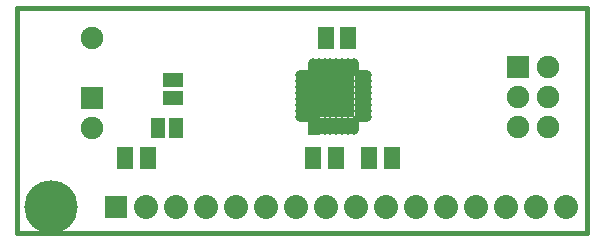
<source format=gts>
G04 (created by PCBNEW-RS274X (2010-02-09)-RC2) date 22/07/2010 15:29:41*
G01*
G70*
G90*
%MOIN*%
G04 Gerber Fmt 3.4, Leading zero omitted, Abs format*
%FSLAX34Y34*%
G04 APERTURE LIST*
%ADD10C,0.001000*%
%ADD11C,0.015000*%
%ADD12R,0.075000X0.075000*%
%ADD13C,0.075000*%
%ADD14R,0.031800X0.059400*%
%ADD15O,0.031800X0.059400*%
%ADD16O,0.059400X0.031800*%
%ADD17R,0.142000X0.142000*%
%ADD18O,0.075000X0.075000*%
%ADD19R,0.045000X0.065000*%
%ADD20R,0.065000X0.045000*%
%ADD21R,0.055000X0.075000*%
%ADD22C,0.080000*%
%ADD23C,0.177500*%
G04 APERTURE END LIST*
G54D10*
G54D11*
X67000Y-26000D02*
X67000Y-33500D01*
X86000Y-26000D02*
X67000Y-26000D01*
X86000Y-33500D02*
X86000Y-26000D01*
X67000Y-33500D02*
X86000Y-33500D01*
G54D12*
X83728Y-27955D03*
G54D13*
X84728Y-27955D03*
X83728Y-28955D03*
X84728Y-28955D03*
X83728Y-29955D03*
X84728Y-29955D03*
G54D12*
X69500Y-29000D03*
G54D13*
X69500Y-30000D03*
G54D14*
X76870Y-29921D03*
G54D15*
X77067Y-29921D03*
X77264Y-29921D03*
X77461Y-29921D03*
X77658Y-29921D03*
X77854Y-29921D03*
X78051Y-29921D03*
X78248Y-29921D03*
G54D16*
X78543Y-29625D03*
X78543Y-29428D03*
X78544Y-29233D03*
X78544Y-29036D03*
X78544Y-28839D03*
X78544Y-28642D03*
X78544Y-28445D03*
X78544Y-28249D03*
G54D15*
X78248Y-27953D03*
X78051Y-27953D03*
X77854Y-27953D03*
X77657Y-27952D03*
X77460Y-27953D03*
X77263Y-27953D03*
X77066Y-27953D03*
X76869Y-27953D03*
G54D16*
X76574Y-28248D03*
X76575Y-28445D03*
X76574Y-28642D03*
X76575Y-28839D03*
X76574Y-29036D03*
X76574Y-29233D03*
X76575Y-29429D03*
X76575Y-29626D03*
G54D17*
X77559Y-28937D03*
G54D18*
X69500Y-27000D03*
G54D19*
X72300Y-30000D03*
X71700Y-30000D03*
G54D20*
X72200Y-28411D03*
X72200Y-29011D03*
G54D21*
X77639Y-31004D03*
X76889Y-31004D03*
X78759Y-31004D03*
X79509Y-31004D03*
X78058Y-27000D03*
X77308Y-27000D03*
X71375Y-31000D03*
X70625Y-31000D03*
G54D12*
X70296Y-32634D03*
G54D22*
X71296Y-32634D03*
X72296Y-32634D03*
X73296Y-32634D03*
X74296Y-32634D03*
X75296Y-32634D03*
X76296Y-32634D03*
X77296Y-32634D03*
X78296Y-32634D03*
X79296Y-32634D03*
X80296Y-32634D03*
X81296Y-32634D03*
X82296Y-32634D03*
X83296Y-32634D03*
X84296Y-32634D03*
X85296Y-32634D03*
G54D23*
X68130Y-32634D03*
M02*

</source>
